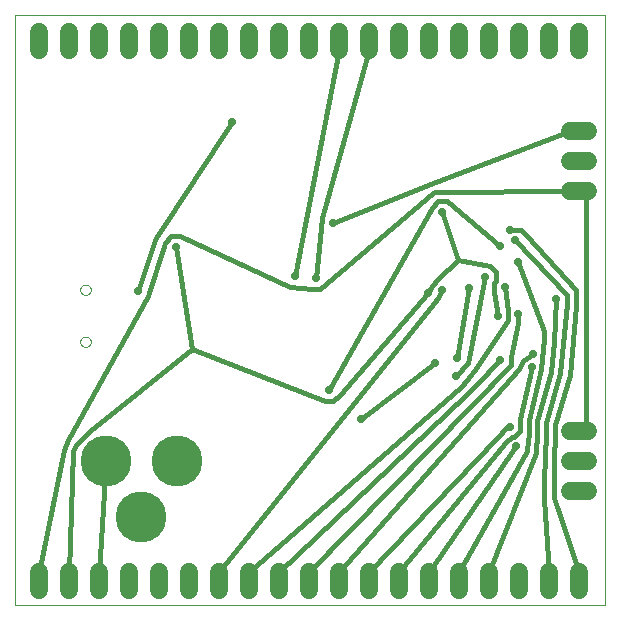
<source format=gbl>
G75*
G70*
%OFA0B0*%
%FSLAX24Y24*%
%IPPOS*%
%LPD*%
%AMOC8*
5,1,8,0,0,1.08239X$1,22.5*
%
%ADD10C,0.0000*%
%ADD11C,0.0600*%
%ADD12C,0.1700*%
%ADD13C,0.0157*%
%ADD14C,0.0277*%
D10*
X000500Y000107D02*
X000500Y019792D01*
X020185Y019792D01*
X020185Y000107D01*
X000500Y000107D01*
X002681Y008886D02*
X002683Y008912D01*
X002689Y008938D01*
X002699Y008963D01*
X002712Y008986D01*
X002728Y009006D01*
X002748Y009024D01*
X002770Y009039D01*
X002793Y009051D01*
X002819Y009059D01*
X002845Y009063D01*
X002871Y009063D01*
X002897Y009059D01*
X002923Y009051D01*
X002947Y009039D01*
X002968Y009024D01*
X002988Y009006D01*
X003004Y008986D01*
X003017Y008963D01*
X003027Y008938D01*
X003033Y008912D01*
X003035Y008886D01*
X003033Y008860D01*
X003027Y008834D01*
X003017Y008809D01*
X003004Y008786D01*
X002988Y008766D01*
X002968Y008748D01*
X002946Y008733D01*
X002923Y008721D01*
X002897Y008713D01*
X002871Y008709D01*
X002845Y008709D01*
X002819Y008713D01*
X002793Y008721D01*
X002769Y008733D01*
X002748Y008748D01*
X002728Y008766D01*
X002712Y008786D01*
X002699Y008809D01*
X002689Y008834D01*
X002683Y008860D01*
X002681Y008886D01*
X002681Y010619D02*
X002683Y010645D01*
X002689Y010671D01*
X002699Y010696D01*
X002712Y010719D01*
X002728Y010739D01*
X002748Y010757D01*
X002770Y010772D01*
X002793Y010784D01*
X002819Y010792D01*
X002845Y010796D01*
X002871Y010796D01*
X002897Y010792D01*
X002923Y010784D01*
X002947Y010772D01*
X002968Y010757D01*
X002988Y010739D01*
X003004Y010719D01*
X003017Y010696D01*
X003027Y010671D01*
X003033Y010645D01*
X003035Y010619D01*
X003033Y010593D01*
X003027Y010567D01*
X003017Y010542D01*
X003004Y010519D01*
X002988Y010499D01*
X002968Y010481D01*
X002946Y010466D01*
X002923Y010454D01*
X002897Y010446D01*
X002871Y010442D01*
X002845Y010442D01*
X002819Y010446D01*
X002793Y010454D01*
X002769Y010466D01*
X002748Y010481D01*
X002728Y010499D01*
X002712Y010519D01*
X002699Y010542D01*
X002689Y010567D01*
X002683Y010593D01*
X002681Y010619D01*
D11*
X002303Y018610D02*
X002303Y019210D01*
X001303Y019210D02*
X001303Y018610D01*
X003303Y018610D02*
X003303Y019210D01*
X004303Y019210D02*
X004303Y018610D01*
X005303Y018610D02*
X005303Y019210D01*
X006303Y019210D02*
X006303Y018610D01*
X007303Y018610D02*
X007303Y019210D01*
X008303Y019210D02*
X008303Y018610D01*
X009303Y018610D02*
X009303Y019210D01*
X010303Y019210D02*
X010303Y018610D01*
X011303Y018610D02*
X011303Y019210D01*
X012303Y019210D02*
X012303Y018610D01*
X013303Y018610D02*
X013303Y019210D01*
X014303Y019210D02*
X014303Y018610D01*
X015303Y018610D02*
X015303Y019210D01*
X016303Y019210D02*
X016303Y018610D01*
X017303Y018610D02*
X017303Y019210D01*
X018303Y019210D02*
X018303Y018610D01*
X019303Y018610D02*
X019303Y019210D01*
X019603Y015910D02*
X019003Y015910D01*
X019003Y014910D02*
X019603Y014910D01*
X019603Y013910D02*
X019003Y013910D01*
X019003Y005910D02*
X019603Y005910D01*
X019603Y004910D02*
X019003Y004910D01*
X019003Y003910D02*
X019603Y003910D01*
X019303Y001210D02*
X019303Y000610D01*
X018303Y000610D02*
X018303Y001210D01*
X017303Y001210D02*
X017303Y000610D01*
X016303Y000610D02*
X016303Y001210D01*
X015303Y001210D02*
X015303Y000610D01*
X014303Y000610D02*
X014303Y001210D01*
X013303Y001210D02*
X013303Y000610D01*
X012303Y000610D02*
X012303Y001210D01*
X011303Y001210D02*
X011303Y000610D01*
X010303Y000610D02*
X010303Y001210D01*
X009303Y001210D02*
X009303Y000610D01*
X008303Y000610D02*
X008303Y001210D01*
X007303Y001210D02*
X007303Y000610D01*
X006303Y000610D02*
X006303Y001210D01*
X005303Y001210D02*
X005303Y000610D01*
X004303Y000610D02*
X004303Y001210D01*
X003303Y001210D02*
X003303Y000610D01*
X002303Y000610D02*
X002303Y001210D01*
X001303Y001210D02*
X001303Y000610D01*
D12*
X004713Y003060D03*
X005894Y004910D03*
X003531Y004910D03*
D13*
X003303Y001210D01*
X003303Y000910D01*
X002303Y000910D02*
X002303Y001210D01*
X002445Y005233D01*
X002535Y005450D01*
X002992Y005906D01*
X006402Y008638D01*
X005858Y012048D01*
X005504Y012195D02*
X004945Y010425D01*
X002268Y005628D01*
X002130Y005296D01*
X001303Y001210D01*
X001303Y000910D01*
X007303Y000910D02*
X007303Y001210D01*
X014614Y010362D01*
X014756Y010611D01*
X014609Y010965D02*
X015260Y011615D01*
X014748Y013213D01*
X014601Y013567D02*
X014394Y013360D01*
X010972Y007276D01*
X011119Y006922D02*
X011327Y007129D01*
X014260Y010508D01*
X014402Y010758D01*
X014609Y010965D01*
X015260Y011615D02*
X016332Y011406D01*
X016539Y011199D01*
X016539Y010905D01*
X016488Y010852D01*
X016488Y010559D01*
X016610Y009764D01*
X016939Y009628D02*
X015899Y008032D01*
X015579Y007602D01*
X015371Y007394D01*
X008303Y001210D01*
X008303Y000910D01*
X009303Y000910D02*
X009303Y001210D01*
X015528Y007106D01*
X015867Y007445D01*
X016677Y008272D01*
X017031Y008374D02*
X017031Y008125D01*
X010303Y001210D01*
X010303Y000910D01*
X011303Y000910D02*
X011303Y001210D01*
X017320Y007969D01*
X017346Y008032D01*
X017425Y008242D01*
X017776Y008485D01*
X017740Y008056D02*
X017343Y006330D01*
X017343Y005920D01*
X017151Y005729D01*
X017081Y005729D01*
X016890Y005537D01*
X013303Y001210D01*
X013303Y000910D01*
X012303Y000910D02*
X012303Y001210D01*
X016587Y005697D01*
X016922Y006032D01*
X016980Y006056D01*
X017016Y006056D01*
X017631Y005827D02*
X017561Y005304D01*
X017561Y005259D01*
X015303Y001210D01*
X015303Y000910D01*
X014303Y000910D02*
X014303Y001210D01*
X017217Y005402D01*
X017631Y005827D02*
X017631Y006290D01*
X018055Y007988D01*
X018150Y008968D01*
X018150Y009261D01*
X017260Y011540D01*
X017178Y012272D02*
X018909Y010454D01*
X018909Y010161D01*
X018780Y008812D01*
X018685Y007832D01*
X018206Y006175D01*
X018206Y005712D01*
X018171Y005182D01*
X018171Y005105D01*
X018152Y004186D01*
X018152Y003634D01*
X018303Y001210D01*
X018303Y000910D01*
X019303Y000910D02*
X019303Y001210D01*
X018467Y003697D01*
X018467Y004123D01*
X018477Y005045D01*
X018477Y005122D01*
X018494Y005655D01*
X018494Y006118D01*
X019000Y007769D01*
X019224Y010068D01*
X019224Y010548D01*
X019198Y010611D01*
X017587Y012416D01*
X017384Y012619D01*
X016994Y012619D01*
X016667Y012072D02*
X014895Y013567D01*
X014601Y013567D01*
X014444Y013856D02*
X010686Y010662D01*
X010393Y010662D01*
X009684Y010725D01*
X006005Y012402D01*
X005711Y012402D01*
X005504Y012195D01*
X005189Y012288D02*
X005215Y012351D01*
X007740Y016216D01*
X010756Y013010D02*
X012303Y018610D01*
X012303Y018910D01*
X011303Y018910D02*
X011303Y018610D01*
X009831Y011079D01*
X010539Y011016D02*
X010756Y013010D01*
X011110Y012863D02*
X014445Y014197D01*
X019003Y015910D01*
X019303Y015910D01*
X019303Y013910D02*
X019003Y013910D01*
X014508Y013882D01*
X014444Y013856D01*
X016185Y011052D02*
X015610Y008188D01*
X015224Y007749D01*
X015256Y008335D02*
X015657Y010690D01*
X016843Y010705D02*
X016939Y009901D01*
X016939Y009628D01*
X017268Y009527D02*
X017031Y008374D01*
X017268Y009527D02*
X017268Y009831D01*
X018555Y010308D02*
X018465Y008875D01*
X018370Y007894D01*
X017919Y006233D01*
X017919Y005769D01*
X017866Y005243D01*
X017866Y005166D01*
X016303Y001210D01*
X016303Y000910D01*
X019303Y005910D02*
X019539Y005910D01*
X019539Y013910D01*
X019303Y013910D01*
X014516Y008166D02*
X012047Y006331D01*
X011119Y006922D02*
X010826Y006922D01*
X006402Y008638D01*
X004591Y010571D02*
X005189Y012288D01*
D14*
X005858Y012048D03*
X004591Y010571D03*
X009831Y011079D03*
X010539Y011016D03*
X011110Y012863D03*
X014260Y010508D03*
X014756Y010611D03*
X015657Y010690D03*
X016185Y011052D03*
X016843Y010705D03*
X016610Y009764D03*
X017268Y009831D03*
X018555Y010308D03*
X017260Y011540D03*
X017178Y012272D03*
X016994Y012619D03*
X016667Y012072D03*
X014748Y013213D03*
X017776Y008485D03*
X017740Y008056D03*
X016677Y008272D03*
X015256Y008335D03*
X015224Y007749D03*
X014516Y008166D03*
X012047Y006331D03*
X010972Y007276D03*
X017016Y006056D03*
X017217Y005402D03*
X007740Y016216D03*
M02*

</source>
